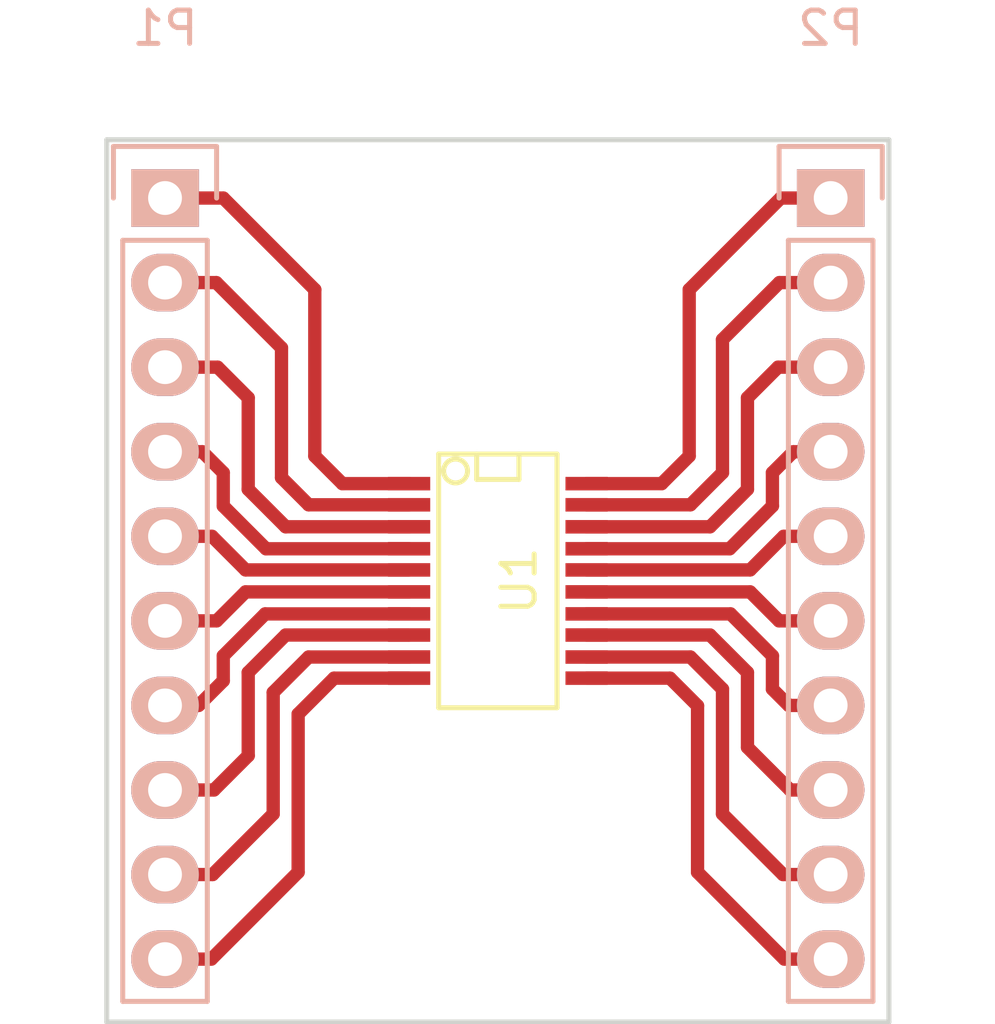
<source format=kicad_pcb>
(kicad_pcb (version 4) (host pcbnew "(2015-09-06 BZR 6161, Git 6b3ff2d)-product")

  (general
    (links 20)
    (no_connects 0)
    (area 123.174999 78.174999 146.825001 104.825001)
    (thickness 1.6)
    (drawings 4)
    (tracks 92)
    (zones 0)
    (modules 3)
    (nets 21)
  )

  (page A4)
  (layers
    (0 F.Cu signal)
    (31 B.Cu signal)
    (32 B.Adhes user)
    (33 F.Adhes user)
    (34 B.Paste user)
    (35 F.Paste user)
    (36 B.SilkS user)
    (37 F.SilkS user)
    (38 B.Mask user)
    (39 F.Mask user)
    (40 Dwgs.User user)
    (41 Cmts.User user)
    (42 Eco1.User user)
    (43 Eco2.User user)
    (44 Edge.Cuts user)
    (45 Margin user)
    (46 B.CrtYd user)
    (47 F.CrtYd user)
    (48 B.Fab user)
    (49 F.Fab user)
  )

  (setup
    (last_trace_width 0.4)
    (user_trace_width 0.3)
    (user_trace_width 0.35)
    (user_trace_width 0.4)
    (user_trace_width 0.45)
    (user_trace_width 0.5)
    (trace_clearance 0.2)
    (zone_clearance 0.508)
    (zone_45_only no)
    (trace_min 0.2)
    (segment_width 0.2)
    (edge_width 0.15)
    (via_size 0.6)
    (via_drill 0.4)
    (via_min_size 0.4)
    (via_min_drill 0.3)
    (uvia_size 0.3)
    (uvia_drill 0.1)
    (uvias_allowed no)
    (uvia_min_size 0.2)
    (uvia_min_drill 0.1)
    (pcb_text_width 0.3)
    (pcb_text_size 1.5 1.5)
    (mod_edge_width 0.15)
    (mod_text_size 1 1)
    (mod_text_width 0.15)
    (pad_size 1.524 1.524)
    (pad_drill 0.762)
    (pad_to_mask_clearance 0.2)
    (aux_axis_origin 0 0)
    (visible_elements FFFFFF7F)
    (pcbplotparams
      (layerselection 0x00030_80000001)
      (usegerberextensions false)
      (excludeedgelayer true)
      (linewidth 0.100000)
      (plotframeref false)
      (viasonmask false)
      (mode 1)
      (useauxorigin false)
      (hpglpennumber 1)
      (hpglpenspeed 20)
      (hpglpendiameter 15)
      (hpglpenoverlay 2)
      (psnegative false)
      (psa4output false)
      (plotreference true)
      (plotvalue true)
      (plotinvisibletext false)
      (padsonsilk false)
      (subtractmaskfromsilk false)
      (outputformat 1)
      (mirror false)
      (drillshape 1)
      (scaleselection 1)
      (outputdirectory ""))
  )

  (net 0 "")
  (net 1 "Net-(P1-Pad1)")
  (net 2 "Net-(P1-Pad2)")
  (net 3 "Net-(P1-Pad3)")
  (net 4 "Net-(P1-Pad4)")
  (net 5 "Net-(P1-Pad5)")
  (net 6 "Net-(P1-Pad6)")
  (net 7 "Net-(P1-Pad7)")
  (net 8 "Net-(P1-Pad8)")
  (net 9 "Net-(P1-Pad9)")
  (net 10 "Net-(P1-Pad10)")
  (net 11 "Net-(P2-Pad1)")
  (net 12 "Net-(P2-Pad2)")
  (net 13 "Net-(P2-Pad3)")
  (net 14 "Net-(P2-Pad4)")
  (net 15 "Net-(P2-Pad5)")
  (net 16 "Net-(P2-Pad6)")
  (net 17 "Net-(P2-Pad7)")
  (net 18 "Net-(P2-Pad8)")
  (net 19 "Net-(P2-Pad9)")
  (net 20 "Net-(P2-Pad10)")

  (net_class Default "To jest domyślna klasa połączeń."
    (clearance 0.2)
    (trace_width 0.25)
    (via_dia 0.6)
    (via_drill 0.4)
    (uvia_dia 0.3)
    (uvia_drill 0.1)
    (add_net "Net-(P1-Pad1)")
    (add_net "Net-(P1-Pad10)")
    (add_net "Net-(P1-Pad2)")
    (add_net "Net-(P1-Pad3)")
    (add_net "Net-(P1-Pad4)")
    (add_net "Net-(P1-Pad5)")
    (add_net "Net-(P1-Pad6)")
    (add_net "Net-(P1-Pad7)")
    (add_net "Net-(P1-Pad8)")
    (add_net "Net-(P1-Pad9)")
    (add_net "Net-(P2-Pad1)")
    (add_net "Net-(P2-Pad10)")
    (add_net "Net-(P2-Pad2)")
    (add_net "Net-(P2-Pad3)")
    (add_net "Net-(P2-Pad4)")
    (add_net "Net-(P2-Pad5)")
    (add_net "Net-(P2-Pad6)")
    (add_net "Net-(P2-Pad7)")
    (add_net "Net-(P2-Pad8)")
    (add_net "Net-(P2-Pad9)")
  )

  (module Pin_Headers:Pin_Header_Straight_1x10 (layer B.Cu) (tedit 0) (tstamp 55F6CEC2)
    (at 125 80 180)
    (descr "Through hole pin header")
    (tags "pin header")
    (path /55F6CE70)
    (fp_text reference P1 (at 0 5.1 180) (layer B.SilkS)
      (effects (font (size 1 1) (thickness 0.15)) (justify mirror))
    )
    (fp_text value CONN_01X10 (at 0 3.1 180) (layer B.Fab)
      (effects (font (size 1 1) (thickness 0.15)) (justify mirror))
    )
    (fp_line (start -1.75 1.75) (end -1.75 -24.65) (layer B.CrtYd) (width 0.05))
    (fp_line (start 1.75 1.75) (end 1.75 -24.65) (layer B.CrtYd) (width 0.05))
    (fp_line (start -1.75 1.75) (end 1.75 1.75) (layer B.CrtYd) (width 0.05))
    (fp_line (start -1.75 -24.65) (end 1.75 -24.65) (layer B.CrtYd) (width 0.05))
    (fp_line (start 1.27 -1.27) (end 1.27 -24.13) (layer B.SilkS) (width 0.15))
    (fp_line (start 1.27 -24.13) (end -1.27 -24.13) (layer B.SilkS) (width 0.15))
    (fp_line (start -1.27 -24.13) (end -1.27 -1.27) (layer B.SilkS) (width 0.15))
    (fp_line (start 1.55 1.55) (end 1.55 0) (layer B.SilkS) (width 0.15))
    (fp_line (start 1.27 -1.27) (end -1.27 -1.27) (layer B.SilkS) (width 0.15))
    (fp_line (start -1.55 0) (end -1.55 1.55) (layer B.SilkS) (width 0.15))
    (fp_line (start -1.55 1.55) (end 1.55 1.55) (layer B.SilkS) (width 0.15))
    (pad 1 thru_hole rect (at 0 0 180) (size 2.032 1.7272) (drill 1.016) (layers *.Cu *.Mask B.SilkS)
      (net 1 "Net-(P1-Pad1)"))
    (pad 2 thru_hole oval (at 0 -2.54 180) (size 2.032 1.7272) (drill 1.016) (layers *.Cu *.Mask B.SilkS)
      (net 2 "Net-(P1-Pad2)"))
    (pad 3 thru_hole oval (at 0 -5.08 180) (size 2.032 1.7272) (drill 1.016) (layers *.Cu *.Mask B.SilkS)
      (net 3 "Net-(P1-Pad3)"))
    (pad 4 thru_hole oval (at 0 -7.62 180) (size 2.032 1.7272) (drill 1.016) (layers *.Cu *.Mask B.SilkS)
      (net 4 "Net-(P1-Pad4)"))
    (pad 5 thru_hole oval (at 0 -10.16 180) (size 2.032 1.7272) (drill 1.016) (layers *.Cu *.Mask B.SilkS)
      (net 5 "Net-(P1-Pad5)"))
    (pad 6 thru_hole oval (at 0 -12.7 180) (size 2.032 1.7272) (drill 1.016) (layers *.Cu *.Mask B.SilkS)
      (net 6 "Net-(P1-Pad6)"))
    (pad 7 thru_hole oval (at 0 -15.24 180) (size 2.032 1.7272) (drill 1.016) (layers *.Cu *.Mask B.SilkS)
      (net 7 "Net-(P1-Pad7)"))
    (pad 8 thru_hole oval (at 0 -17.78 180) (size 2.032 1.7272) (drill 1.016) (layers *.Cu *.Mask B.SilkS)
      (net 8 "Net-(P1-Pad8)"))
    (pad 9 thru_hole oval (at 0 -20.32 180) (size 2.032 1.7272) (drill 1.016) (layers *.Cu *.Mask B.SilkS)
      (net 9 "Net-(P1-Pad9)"))
    (pad 10 thru_hole oval (at 0 -22.86 180) (size 2.032 1.7272) (drill 1.016) (layers *.Cu *.Mask B.SilkS)
      (net 10 "Net-(P1-Pad10)"))
    (model Pin_Headers.3dshapes/Pin_Header_Straight_1x10.wrl
      (at (xyz 0 -0.45 0))
      (scale (xyz 1 1 1))
      (rotate (xyz 0 0 90))
    )
  )

  (module Pin_Headers:Pin_Header_Straight_1x10 (layer B.Cu) (tedit 0) (tstamp 55F6CED0)
    (at 145 80 180)
    (descr "Through hole pin header")
    (tags "pin header")
    (path /55F6CEB5)
    (fp_text reference P2 (at 0 5.1 180) (layer B.SilkS)
      (effects (font (size 1 1) (thickness 0.15)) (justify mirror))
    )
    (fp_text value CONN_01X10 (at 0 3.1 180) (layer B.Fab)
      (effects (font (size 1 1) (thickness 0.15)) (justify mirror))
    )
    (fp_line (start -1.75 1.75) (end -1.75 -24.65) (layer B.CrtYd) (width 0.05))
    (fp_line (start 1.75 1.75) (end 1.75 -24.65) (layer B.CrtYd) (width 0.05))
    (fp_line (start -1.75 1.75) (end 1.75 1.75) (layer B.CrtYd) (width 0.05))
    (fp_line (start -1.75 -24.65) (end 1.75 -24.65) (layer B.CrtYd) (width 0.05))
    (fp_line (start 1.27 -1.27) (end 1.27 -24.13) (layer B.SilkS) (width 0.15))
    (fp_line (start 1.27 -24.13) (end -1.27 -24.13) (layer B.SilkS) (width 0.15))
    (fp_line (start -1.27 -24.13) (end -1.27 -1.27) (layer B.SilkS) (width 0.15))
    (fp_line (start 1.55 1.55) (end 1.55 0) (layer B.SilkS) (width 0.15))
    (fp_line (start 1.27 -1.27) (end -1.27 -1.27) (layer B.SilkS) (width 0.15))
    (fp_line (start -1.55 0) (end -1.55 1.55) (layer B.SilkS) (width 0.15))
    (fp_line (start -1.55 1.55) (end 1.55 1.55) (layer B.SilkS) (width 0.15))
    (pad 1 thru_hole rect (at 0 0 180) (size 2.032 1.7272) (drill 1.016) (layers *.Cu *.Mask B.SilkS)
      (net 11 "Net-(P2-Pad1)"))
    (pad 2 thru_hole oval (at 0 -2.54 180) (size 2.032 1.7272) (drill 1.016) (layers *.Cu *.Mask B.SilkS)
      (net 12 "Net-(P2-Pad2)"))
    (pad 3 thru_hole oval (at 0 -5.08 180) (size 2.032 1.7272) (drill 1.016) (layers *.Cu *.Mask B.SilkS)
      (net 13 "Net-(P2-Pad3)"))
    (pad 4 thru_hole oval (at 0 -7.62 180) (size 2.032 1.7272) (drill 1.016) (layers *.Cu *.Mask B.SilkS)
      (net 14 "Net-(P2-Pad4)"))
    (pad 5 thru_hole oval (at 0 -10.16 180) (size 2.032 1.7272) (drill 1.016) (layers *.Cu *.Mask B.SilkS)
      (net 15 "Net-(P2-Pad5)"))
    (pad 6 thru_hole oval (at 0 -12.7 180) (size 2.032 1.7272) (drill 1.016) (layers *.Cu *.Mask B.SilkS)
      (net 16 "Net-(P2-Pad6)"))
    (pad 7 thru_hole oval (at 0 -15.24 180) (size 2.032 1.7272) (drill 1.016) (layers *.Cu *.Mask B.SilkS)
      (net 17 "Net-(P2-Pad7)"))
    (pad 8 thru_hole oval (at 0 -17.78 180) (size 2.032 1.7272) (drill 1.016) (layers *.Cu *.Mask B.SilkS)
      (net 18 "Net-(P2-Pad8)"))
    (pad 9 thru_hole oval (at 0 -20.32 180) (size 2.032 1.7272) (drill 1.016) (layers *.Cu *.Mask B.SilkS)
      (net 19 "Net-(P2-Pad9)"))
    (pad 10 thru_hole oval (at 0 -22.86 180) (size 2.032 1.7272) (drill 1.016) (layers *.Cu *.Mask B.SilkS)
      (net 20 "Net-(P2-Pad10)"))
    (model Pin_Headers.3dshapes/Pin_Header_Straight_1x10.wrl
      (at (xyz 0 -0.45 0))
      (scale (xyz 1 1 1))
      (rotate (xyz 0 0 90))
    )
  )

  (module SMD_Packages:SSOP-20 (layer F.Cu) (tedit 0) (tstamp 55F6CEE8)
    (at 135 91.5 270)
    (descr "SSOP 20 pins")
    (tags "CMS SSOP SMD")
    (path /55F6CE43)
    (attr smd)
    (fp_text reference U1 (at 0 -0.635 270) (layer F.SilkS)
      (effects (font (size 1 1) (thickness 0.15)))
    )
    (fp_text value STM32F030F4P6 (at 0 0.635 270) (layer F.Fab)
      (effects (font (size 1 1) (thickness 0.15)))
    )
    (fp_line (start 3.81 -1.778) (end -3.81 -1.778) (layer F.SilkS) (width 0.15))
    (fp_line (start -3.81 1.778) (end 3.81 1.778) (layer F.SilkS) (width 0.15))
    (fp_line (start 3.81 -1.778) (end 3.81 1.778) (layer F.SilkS) (width 0.15))
    (fp_line (start -3.81 1.778) (end -3.81 -1.778) (layer F.SilkS) (width 0.15))
    (fp_circle (center -3.302 1.27) (end -3.556 1.016) (layer F.SilkS) (width 0.15))
    (fp_line (start -3.81 -0.635) (end -3.048 -0.635) (layer F.SilkS) (width 0.15))
    (fp_line (start -3.048 -0.635) (end -3.048 0.635) (layer F.SilkS) (width 0.15))
    (fp_line (start -3.048 0.635) (end -3.81 0.635) (layer F.SilkS) (width 0.15))
    (pad 1 smd rect (at -2.921 2.667 270) (size 0.4064 1.27) (layers F.Cu F.Paste F.Mask)
      (net 1 "Net-(P1-Pad1)"))
    (pad 2 smd rect (at -2.286 2.667 270) (size 0.4064 1.27) (layers F.Cu F.Paste F.Mask)
      (net 2 "Net-(P1-Pad2)"))
    (pad 3 smd rect (at -1.6256 2.667 270) (size 0.4064 1.27) (layers F.Cu F.Paste F.Mask)
      (net 3 "Net-(P1-Pad3)"))
    (pad 4 smd rect (at -0.9652 2.667 270) (size 0.4064 1.27) (layers F.Cu F.Paste F.Mask)
      (net 4 "Net-(P1-Pad4)"))
    (pad 5 smd rect (at -0.3302 2.667 270) (size 0.4064 1.27) (layers F.Cu F.Paste F.Mask)
      (net 5 "Net-(P1-Pad5)"))
    (pad 6 smd rect (at 0.3302 2.667 270) (size 0.4064 1.27) (layers F.Cu F.Paste F.Mask)
      (net 6 "Net-(P1-Pad6)"))
    (pad 7 smd rect (at 0.9906 2.667 270) (size 0.4064 1.27) (layers F.Cu F.Paste F.Mask)
      (net 7 "Net-(P1-Pad7)"))
    (pad 8 smd rect (at 1.6256 2.667 270) (size 0.4064 1.27) (layers F.Cu F.Paste F.Mask)
      (net 8 "Net-(P1-Pad8)"))
    (pad 9 smd rect (at 2.286 2.667 270) (size 0.4064 1.27) (layers F.Cu F.Paste F.Mask)
      (net 9 "Net-(P1-Pad9)"))
    (pad 10 smd rect (at 2.921 2.667 270) (size 0.4064 1.27) (layers F.Cu F.Paste F.Mask)
      (net 10 "Net-(P1-Pad10)"))
    (pad 11 smd rect (at 2.921 -2.667 270) (size 0.4064 1.27) (layers F.Cu F.Paste F.Mask)
      (net 20 "Net-(P2-Pad10)"))
    (pad 12 smd rect (at 2.286 -2.667 270) (size 0.4064 1.27) (layers F.Cu F.Paste F.Mask)
      (net 19 "Net-(P2-Pad9)"))
    (pad 13 smd rect (at 1.6256 -2.667 270) (size 0.4064 1.27) (layers F.Cu F.Paste F.Mask)
      (net 18 "Net-(P2-Pad8)"))
    (pad 14 smd rect (at 0.9906 -2.667 270) (size 0.4064 1.27) (layers F.Cu F.Paste F.Mask)
      (net 17 "Net-(P2-Pad7)"))
    (pad 15 smd rect (at 0.3302 -2.667 270) (size 0.4064 1.27) (layers F.Cu F.Paste F.Mask)
      (net 16 "Net-(P2-Pad6)"))
    (pad 16 smd rect (at -0.3302 -2.667 270) (size 0.4064 1.27) (layers F.Cu F.Paste F.Mask)
      (net 15 "Net-(P2-Pad5)"))
    (pad 17 smd rect (at -0.9652 -2.667 270) (size 0.4064 1.27) (layers F.Cu F.Paste F.Mask)
      (net 14 "Net-(P2-Pad4)"))
    (pad 18 smd rect (at -1.6256 -2.667 270) (size 0.4064 1.27) (layers F.Cu F.Paste F.Mask)
      (net 13 "Net-(P2-Pad3)"))
    (pad 19 smd rect (at -2.286 -2.667 270) (size 0.4064 1.27) (layers F.Cu F.Paste F.Mask)
      (net 12 "Net-(P2-Pad2)"))
    (pad 20 smd rect (at -2.921 -2.667 270) (size 0.4064 1.27) (layers F.Cu F.Paste F.Mask)
      (net 11 "Net-(P2-Pad1)"))
    (model SMD_Packages.3dshapes/SSOP-20.wrl
      (at (xyz 0 0 0))
      (scale (xyz 0.255 0.33 0.3))
      (rotate (xyz 0 0 0))
    )
  )

  (gr_line (start 123.25 104.75) (end 123.25 78.25) (angle 90) (layer Edge.Cuts) (width 0.15))
  (gr_line (start 146.75 104.75) (end 123.25 104.75) (angle 90) (layer Edge.Cuts) (width 0.15))
  (gr_line (start 146.75 78.25) (end 146.75 104.75) (angle 90) (layer Edge.Cuts) (width 0.15))
  (gr_line (start 123.25 78.25) (end 146.75 78.25) (angle 90) (layer Edge.Cuts) (width 0.15))

  (segment (start 132.333 88.579) (end 130.329 88.579) (width 0.4) (layer F.Cu) (net 1))
  (segment (start 130.329 88.579) (end 129.5 87.75) (width 0.4) (layer F.Cu) (net 1) (tstamp 55F6D34B))
  (segment (start 129.5 82.75) (end 126.75 80) (width 0.4) (layer F.Cu) (net 1) (tstamp 55F6D351))
  (segment (start 129.5 87.75) (end 129.5 82.75) (width 0.4) (layer F.Cu) (net 1) (tstamp 55F6D350))
  (segment (start 126.75 80) (end 125 80) (width 0.4) (layer F.Cu) (net 1) (tstamp 55F6D355))
  (segment (start 132.333 89.214) (end 129.314002 89.214) (width 0.4) (layer F.Cu) (net 2))
  (segment (start 126.54 82.54) (end 125 82.54) (width 0.4) (layer F.Cu) (net 2) (tstamp 55F6D290))
  (segment (start 128.5 84.5) (end 126.54 82.54) (width 0.4) (layer F.Cu) (net 2) (tstamp 55F6D28D))
  (segment (start 128.5 88.399998) (end 128.5 84.5) (width 0.4) (layer F.Cu) (net 2) (tstamp 55F6D28B))
  (segment (start 129.314002 89.214) (end 128.5 88.399998) (width 0.4) (layer F.Cu) (net 2) (tstamp 55F6D284))
  (segment (start 132.333 89.8744) (end 128.6244 89.8744) (width 0.4) (layer F.Cu) (net 3))
  (segment (start 126.58 85.08) (end 125 85.08) (width 0.4) (layer F.Cu) (net 3) (tstamp 55F6D281))
  (segment (start 127.5 86) (end 126.58 85.08) (width 0.4) (layer F.Cu) (net 3) (tstamp 55F6D27E))
  (segment (start 127.5 88.75) (end 127.5 86) (width 0.4) (layer F.Cu) (net 3) (tstamp 55F6D27C))
  (segment (start 128.6244 89.8744) (end 127.5 88.75) (width 0.4) (layer F.Cu) (net 3) (tstamp 55F6D279))
  (segment (start 132.333 90.5348) (end 128.0348 90.5348) (width 0.4) (layer F.Cu) (net 4))
  (segment (start 126.12 87.62) (end 125 87.62) (width 0.4) (layer F.Cu) (net 4) (tstamp 55F6D274))
  (segment (start 126.75 88.25) (end 126.12 87.62) (width 0.4) (layer F.Cu) (net 4) (tstamp 55F6D271))
  (segment (start 126.75 89.25) (end 126.75 88.25) (width 0.4) (layer F.Cu) (net 4) (tstamp 55F6D26F))
  (segment (start 128.0348 90.5348) (end 126.75 89.25) (width 0.4) (layer F.Cu) (net 4) (tstamp 55F6D26A))
  (segment (start 132.333 91.1698) (end 127.4198 91.1698) (width 0.4) (layer F.Cu) (net 5))
  (segment (start 126.41 90.16) (end 125 90.16) (width 0.4) (layer F.Cu) (net 5) (tstamp 55F6D152))
  (segment (start 127.4198 91.1698) (end 126.41 90.16) (width 0.4) (layer F.Cu) (net 5) (tstamp 55F6D151))
  (segment (start 132.333 91.8302) (end 127.4198 91.8302) (width 0.4) (layer F.Cu) (net 6))
  (segment (start 126.55 92.7) (end 125 92.7) (width 0.4) (layer F.Cu) (net 6) (tstamp 55F6D156))
  (segment (start 127.4198 91.8302) (end 126.55 92.7) (width 0.4) (layer F.Cu) (net 6) (tstamp 55F6D155))
  (segment (start 132.333 92.4906) (end 128.0094 92.4906) (width 0.4) (layer F.Cu) (net 7))
  (segment (start 126.75 94.5) (end 126.01 95.24) (width 0.4) (layer F.Cu) (net 7) (tstamp 55F6D2C4))
  (segment (start 126.75 93.75) (end 126.75 94.5) (width 0.4) (layer F.Cu) (net 7) (tstamp 55F6D2BF))
  (segment (start 128.0094 92.4906) (end 126.75 93.75) (width 0.4) (layer F.Cu) (net 7) (tstamp 55F6D2BD))
  (segment (start 126.01 95.24) (end 125 95.24) (width 0.4) (layer F.Cu) (net 7) (tstamp 55F6D2C6))
  (segment (start 132.333 93.1256) (end 128.6244 93.1256) (width 0.4) (layer F.Cu) (net 8))
  (segment (start 126.47 97.78) (end 125 97.78) (width 0.4) (layer F.Cu) (net 8) (tstamp 55F6D308))
  (segment (start 127.5 96.75) (end 126.47 97.78) (width 0.4) (layer F.Cu) (net 8) (tstamp 55F6D301))
  (segment (start 127.5 94.25) (end 127.5 96.75) (width 0.4) (layer F.Cu) (net 8) (tstamp 55F6D2FF))
  (segment (start 128.6244 93.1256) (end 127.5 94.25) (width 0.4) (layer F.Cu) (net 8) (tstamp 55F6D2FC))
  (segment (start 132.333 93.786) (end 129.314002 93.786) (width 0.4) (layer F.Cu) (net 9))
  (segment (start 126.43 100.32) (end 125 100.32) (width 0.4) (layer F.Cu) (net 9) (tstamp 55F6D31C))
  (segment (start 128.25 98.5) (end 126.43 100.32) (width 0.4) (layer F.Cu) (net 9) (tstamp 55F6D317))
  (segment (start 128.25 94.850002) (end 128.25 98.5) (width 0.4) (layer F.Cu) (net 9) (tstamp 55F6D314))
  (segment (start 129.314002 93.786) (end 128.25 94.850002) (width 0.4) (layer F.Cu) (net 9) (tstamp 55F6D311))
  (segment (start 132.333 94.421) (end 130.079 94.421) (width 0.4) (layer F.Cu) (net 10))
  (segment (start 126.39 102.86) (end 125 102.86) (width 0.4) (layer F.Cu) (net 10) (tstamp 55F6D32C))
  (segment (start 129 100.25) (end 126.39 102.86) (width 0.4) (layer F.Cu) (net 10) (tstamp 55F6D327))
  (segment (start 129 95.5) (end 129 100.25) (width 0.4) (layer F.Cu) (net 10) (tstamp 55F6D324))
  (segment (start 130.079 94.421) (end 129 95.5) (width 0.4) (layer F.Cu) (net 10) (tstamp 55F6D31F))
  (segment (start 137.667 88.579) (end 139.921 88.579) (width 0.4) (layer F.Cu) (net 11))
  (segment (start 143.5 80) (end 145 80) (width 0.4) (layer F.Cu) (net 11) (tstamp 55F6D523))
  (segment (start 140.75 82.75) (end 143.5 80) (width 0.4) (layer F.Cu) (net 11) (tstamp 55F6D51E))
  (segment (start 140.75 87.75) (end 140.75 82.75) (width 0.4) (layer F.Cu) (net 11) (tstamp 55F6D51C))
  (segment (start 139.921 88.579) (end 140.75 87.75) (width 0.4) (layer F.Cu) (net 11) (tstamp 55F6D51A))
  (segment (start 137.667 89.214) (end 140.786 89.214) (width 0.4) (layer F.Cu) (net 12))
  (segment (start 143.46 82.54) (end 145 82.54) (width 0.4) (layer F.Cu) (net 12) (tstamp 55F6D50C))
  (segment (start 141.75 84.25) (end 143.46 82.54) (width 0.4) (layer F.Cu) (net 12) (tstamp 55F6D507))
  (segment (start 141.75 88.25) (end 141.75 84.25) (width 0.4) (layer F.Cu) (net 12) (tstamp 55F6D505))
  (segment (start 140.786 89.214) (end 141.75 88.25) (width 0.4) (layer F.Cu) (net 12) (tstamp 55F6D4FE))
  (segment (start 137.667 89.8744) (end 141.3756 89.8744) (width 0.4) (layer F.Cu) (net 13))
  (segment (start 143.42 85.08) (end 145 85.08) (width 0.4) (layer F.Cu) (net 13) (tstamp 55F6D4FA))
  (segment (start 142.5 86) (end 143.42 85.08) (width 0.4) (layer F.Cu) (net 13) (tstamp 55F6D4F7))
  (segment (start 142.5 88.75) (end 142.5 86) (width 0.4) (layer F.Cu) (net 13) (tstamp 55F6D4F5))
  (segment (start 141.3756 89.8744) (end 142.5 88.75) (width 0.4) (layer F.Cu) (net 13) (tstamp 55F6D4F1))
  (segment (start 137.667 90.5348) (end 141.9652 90.5348) (width 0.4) (layer F.Cu) (net 14))
  (segment (start 143.88 87.62) (end 145 87.62) (width 0.4) (layer F.Cu) (net 14) (tstamp 55F6D4EB))
  (segment (start 143.25 88.25) (end 143.88 87.62) (width 0.4) (layer F.Cu) (net 14) (tstamp 55F6D4E5))
  (segment (start 143.25 89.25) (end 143.25 88.25) (width 0.4) (layer F.Cu) (net 14) (tstamp 55F6D4E3))
  (segment (start 141.9652 90.5348) (end 143.25 89.25) (width 0.4) (layer F.Cu) (net 14) (tstamp 55F6D3BC))
  (segment (start 137.667 91.1698) (end 142.5802 91.1698) (width 0.4) (layer F.Cu) (net 15))
  (segment (start 143.59 90.16) (end 145 90.16) (width 0.4) (layer F.Cu) (net 15) (tstamp 55F6D25B))
  (segment (start 142.5802 91.1698) (end 143.59 90.16) (width 0.4) (layer F.Cu) (net 15) (tstamp 55F6D250))
  (segment (start 137.667 91.8302) (end 142.5802 91.8302) (width 0.4) (layer F.Cu) (net 16))
  (segment (start 143.45 92.7) (end 145 92.7) (width 0.4) (layer F.Cu) (net 16) (tstamp 55F6D260))
  (segment (start 142.5802 91.8302) (end 143.45 92.7) (width 0.4) (layer F.Cu) (net 16) (tstamp 55F6D25E))
  (segment (start 137.667 92.4906) (end 141.9906 92.4906) (width 0.4) (layer F.Cu) (net 17))
  (segment (start 143.74 95.24) (end 145 95.24) (width 0.4) (layer F.Cu) (net 17) (tstamp 55F6D53A))
  (segment (start 143.25 94.75) (end 143.74 95.24) (width 0.4) (layer F.Cu) (net 17) (tstamp 55F6D538))
  (segment (start 143.25 93.75) (end 143.25 94.75) (width 0.4) (layer F.Cu) (net 17) (tstamp 55F6D537))
  (segment (start 141.9906 92.4906) (end 143.25 93.75) (width 0.4) (layer F.Cu) (net 17) (tstamp 55F6D533))
  (segment (start 137.667 93.1256) (end 141.3756 93.1256) (width 0.4) (layer F.Cu) (net 18))
  (segment (start 143.78 97.78) (end 145 97.78) (width 0.4) (layer F.Cu) (net 18) (tstamp 55F6D54C))
  (segment (start 142.5 96.5) (end 143.78 97.78) (width 0.4) (layer F.Cu) (net 18) (tstamp 55F6D548))
  (segment (start 142.5 94.25) (end 142.5 96.5) (width 0.4) (layer F.Cu) (net 18) (tstamp 55F6D542))
  (segment (start 141.3756 93.1256) (end 142.5 94.25) (width 0.4) (layer F.Cu) (net 18) (tstamp 55F6D53E))
  (segment (start 137.667 93.786) (end 140.786 93.786) (width 0.4) (layer F.Cu) (net 19))
  (segment (start 143.57 100.32) (end 145 100.32) (width 0.4) (layer F.Cu) (net 19) (tstamp 55F6D55F))
  (segment (start 141.75 98.5) (end 143.57 100.32) (width 0.4) (layer F.Cu) (net 19) (tstamp 55F6D55A))
  (segment (start 141.75 94.75) (end 141.75 98.5) (width 0.4) (layer F.Cu) (net 19) (tstamp 55F6D557))
  (segment (start 140.786 93.786) (end 141.75 94.75) (width 0.4) (layer F.Cu) (net 19) (tstamp 55F6D553))
  (segment (start 137.667 94.421) (end 140.171 94.421) (width 0.4) (layer F.Cu) (net 20))
  (segment (start 143.61 102.86) (end 145 102.86) (width 0.4) (layer F.Cu) (net 20) (tstamp 55F6D570))
  (segment (start 141 100.25) (end 143.61 102.86) (width 0.4) (layer F.Cu) (net 20) (tstamp 55F6D569))
  (segment (start 141 95.25) (end 141 100.25) (width 0.4) (layer F.Cu) (net 20) (tstamp 55F6D567))
  (segment (start 140.171 94.421) (end 141 95.25) (width 0.4) (layer F.Cu) (net 20) (tstamp 55F6D565))

)

</source>
